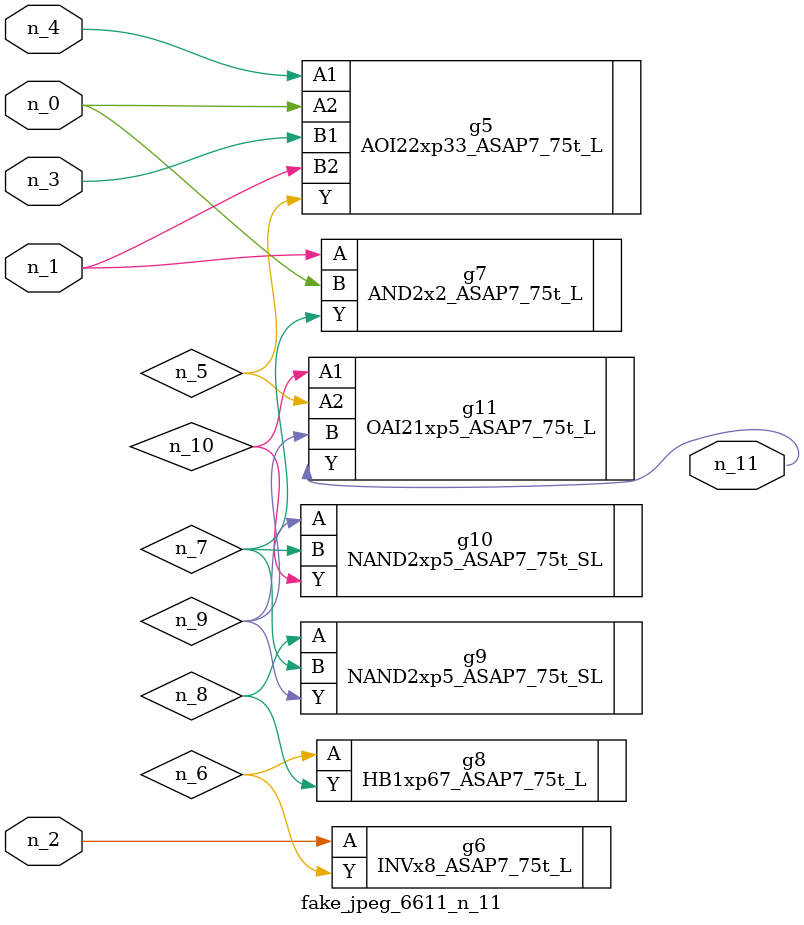
<source format=v>
module fake_jpeg_6611_n_11 (n_3, n_2, n_1, n_0, n_4, n_11);

input n_3;
input n_2;
input n_1;
input n_0;
input n_4;

output n_11;

wire n_10;
wire n_8;
wire n_9;
wire n_6;
wire n_5;
wire n_7;

AOI22xp33_ASAP7_75t_L g5 ( 
.A1(n_4),
.A2(n_0),
.B1(n_3),
.B2(n_1),
.Y(n_5)
);

INVx8_ASAP7_75t_L g6 ( 
.A(n_2),
.Y(n_6)
);

AND2x2_ASAP7_75t_L g7 ( 
.A(n_1),
.B(n_0),
.Y(n_7)
);

HB1xp67_ASAP7_75t_L g8 ( 
.A(n_6),
.Y(n_8)
);

NAND2xp5_ASAP7_75t_SL g9 ( 
.A(n_8),
.B(n_7),
.Y(n_9)
);

NAND2xp5_ASAP7_75t_SL g10 ( 
.A(n_9),
.B(n_7),
.Y(n_10)
);

OAI21xp5_ASAP7_75t_L g11 ( 
.A1(n_10),
.A2(n_5),
.B(n_9),
.Y(n_11)
);


endmodule
</source>
